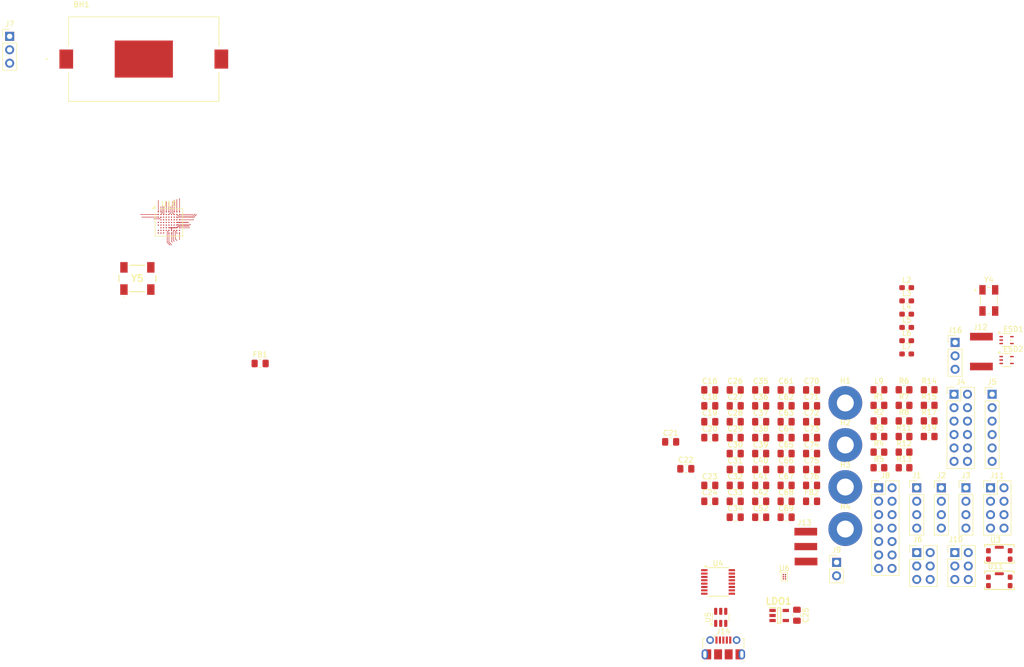
<source format=kicad_pcb>
(kicad_pcb (version 20240108) (generator "pcbnew") (generator_version "8.0")
  (layers (0 "F.Cu" signal) (1 "In1.Cu" signal) (2 "In2.Cu" signal) (31 "B.Cu" signal) (34 "B.Paste" user) (35 "F.Paste" user) (36 "B.SilkS" user "B.Silkscreen") (37 "F.SilkS" user "F.Silkscreen") (38 "B.Mask" user) (39 "F.Mask" user) (44 "Edge.Cuts" user))
  (net 0 "")
  (net 1 "Net-(BH1-+)")
  (net 3 "GND")
  (net 4 "/VBAT")
  (net 5 "Net-(J9-Pin_1)")
  (net 6 "/VR_PA")
  (net 7 "+5V")
  (net 8 "/RF2_4")
  (net 9 "/RFI_N")
  (net 10 "/RF2_3")
  (net 11 "/LD_OUT_3V3")
  (net 12 "/VBUS_5V_FB")
  (net 13 "/RFI_P")
  (net 14 "/RF1")
  (net 15 "Net-(U4-3V3OUT)")
  (net 16 "/RFIN_2")
  (net 17 "/USB_D-")
  (net 18 "/USB_D+")
  (net 19 "/RF2_1")
  (net 20 "/RF2_2")
  (net 21 "/RFIN_1")
  (net 22 "/VBUS_5V")
  (net 23 "/VDD")
  (net 24 "/RFIN")
  (net 25 "/CTRL")
  (net 26 "+3.3V")
  (net 27 "/VFBSMPS")
  (net 28 "+3.3VA")
  (net 29 "/NRST")
  (net 31 "/PC_3V3")
  (net 32 "/3V3_SW")
  (net 33 "/PC_5V")
  (net 34 "/5V_SW")
  (net 36 "Net-(J1-Pin_3)")
  (net 37 "Net-(J1-Pin_4)")
  (net 38 "Net-(J2-Pin_3)")
  (net 39 "Net-(J2-Pin_4)")
  (net 40 "/PC6")
  (net 41 "/PC1")
  (net 42 "/PC5")
  (net 43 "/PB15")
  (net 44 "/PC4")
  (net 45 "/PC15-OSC32_OUT")
  (net 46 "/PB14")
  (net 47 "/PB13")
  (net 48 "/PB1")
  (net 49 "/PC3")
  (net 50 "/PC0")
  (net 51 "/PC2")
  (net 52 "Net-(J5-Pin_6)")
  (net 53 "Net-(J5-Pin_5)")
  (net 54 "Net-(J5-Pin_4)")
  (net 55 "Net-(J5-Pin_3)")
  (net 56 "/PB11")
  (net 57 "/PB0")
  (net 58 "/PA15")
  (net 59 "/PB2")
  (net 60 "/PA5")
  (net 61 "/PA0")
  (net 62 "/PB10")
  (net 63 "/PB12")
  (net 64 "/PA9")
  (net 65 "/PA8_MCO")
  (net 66 "/PB4")
  (net 67 "/PB9")
  (net 68 "/PA7")
  (net 69 "/PA14_SWCLK")
  (net 70 "/PA13_SWDIO")
  (net 71 "/PB3_SWO")
  (net 72 "/USB_D2-")
  (net 73 "Net-(J14-ID)")
  (net 74 "/USB_D2+")
  (net 75 "/BOOT0J")
  (net 76 "/RFO_HP")
  (net 77 "/VLXSMPS")
  (net 79 "/PA2_LPUART1_TX")
  (net 80 "/PA3_LPUART1_RX")
  (net 81 "/PB7_I2C1_SDA")
  (net 82 "/PB8_I2C1_SCL")
  (net 83 "/PA1_SPI1_SCK")
  (net 84 "/PA4_SPI1_NSS")
  (net 85 "/PA6_SPI1_MISO")
  (net 86 "/PB5_SPI1_MOSI")
  (net 87 "/USBDM")
  (net 88 "/USBDP")
  (net 89 "/PC13")
  (net 90 "/PC14-OSC32_IN")
  (net 91 "Net-(Y5-OUTPUT)")
  (net 92 "/BOOT0")
  (net 96 "/PA12_USART1_RTS")
  (net 97 "/PB6_USART1_TX")
  (net 98 "/PA11_USART1_CTS")
  (net 99 "/PA10_USART1_RX")
  (net 101 "/PH1-OSC_OUT")
  (net 103 "/PH0-OSC_IN")
  (footprint "Capacitor_SMD:C_0805_2012Metric_Pad1.18x1.45mm_HandSolder" (layer "F.Cu") (at 219.77 113.22)
    (property "Reference" "C74")
    (property "Value" "1uF")
  )
  (footprint "Capacitor_SMD:C_0805_2012Metric_Pad1.18x1.45mm_HandSolder" (layer "F.Cu") (at 200.53 104.19)
    (property "Reference" "C18")
    (property "Value" "1uF")
  )
  (footprint "Capacitor_SMD:C_0805_2012Metric_Pad1.18x1.45mm_HandSolder" (layer "F.Cu") (at 210.15 104.19)
    (property "Reference" "C36")
    (property "Value" "10p")
  )
  (footprint "Capacitor_SMD:C_0805_2012Metric_Pad1.18x1.45mm_HandSolder" (layer "F.Cu") (at 214.96 125.26)
    (property "Reference" "C69")
    (property "Value" "100n")
  )
  (footprint "Personal_Project:SMA Clip Mount Adapter (bottom)" (layer "F.Cu") (at 251.875 93.925)
    (property "Reference" "J12")
    (property "Value" "~")
  )
  (footprint "Capacitor_SMD:C_0805_2012Metric_Pad1.18x1.45mm_HandSolder" (layer "F.Cu") (at 205.34 110.21)
    (property "Reference" "C29")
    (property "Value" "100n")
  )
  (footprint "Package_SO:SSOP-16_3.9x4.9mm_P0.635mm" (layer "F.Cu") (at 202.1 137.505)
    (property "Reference" "U4")
    (property "Value" "FT230XS")
  )
  (footprint "Capacitor_SMD:C_0805_2012Metric_Pad1.18x1.45mm_HandSolder" (layer "F.Cu") (at 219.77 122.25)
    (property "Reference" "FB2")
    (property "Value" "Part # MI0805K601R-10")
  )
  (footprint "Capacitor_SMD:C_0805_2012Metric_Pad1.18x1.45mm_HandSolder" (layer "F.Cu") (at 205.34 113.22)
    (property "Reference" "C30")
    (property "Value" "100n")
  )
  (footprint "Capacitor_SMD:C_0805_2012Metric_Pad1.18x1.45mm_HandSolder" (layer "F.Cu") (at 210.15 122.25)
    (property "Reference" "C42")
    (property "Value" "1n")
  )
  (footprint "Capacitor_SMD:C_0805_2012Metric_Pad1.18x1.45mm_HandSolder" (layer "F.Cu") (at 217 143.8 -90)
    (property "Reference" "C25")
    (property "Value" "1u")
  )
  (footprint "Capacitor_SMD:C_0805_2012Metric_Pad1.18x1.45mm_HandSolder" (layer "F.Cu") (at 219.77 119.24)
    (property "Reference" "C76")
    (property "Value" "4u7")
  )
  (footprint "Capacitor_SMD:C_0805_2012Metric_Pad1.18x1.45mm_HandSolder" (layer "F.Cu") (at 205.34 122.25)
    (property "Reference" "C33")
    (property "Value" "47p")
  )
  (footprint "Resistor_SMD:R_0805_2012Metric_Pad1.20x1.40mm_HandSolder" (layer "F.Cu") (at 237.25 112.95)
    (property "Reference" "R12")
    (property "Value" "27")
  )
  (footprint "MountingHole:MountingHole_3.2mm_M3_Pad" (layer "F.Cu") (at 226.15 111.6)
    (property "Reference" "H2")
    (property "Value" "MountingHole_Pad")
  )
  (footprint "Capacitor_SMD:C_0805_2012Metric_Pad1.18x1.45mm_HandSolder" (layer "F.Cu") (at 214.96 116.23)
    (property "Reference" "C66")
    (property "Value" "100n")
  )
  (footprint "Capacitor_SMD:C_0805_2012Metric_Pad1.18x1.45mm_HandSolder" (layer "F.Cu") (at 205.34 101.18)
    (property "Reference" "C26")
    (property "Value" "4u7")
  )
  (footprint "Inductor_SMD:L_0603_1608Metric_Pad1.05x0.95mm_HandSolder" (layer "F.Cu") (at 237.75 89.36)
    (property "Reference" "L5")
    (property "Value" "12n_LQW18AN12NG0Z")
  )
  (footprint "Personal_Project:SOT323-5L_STM-L" (layer "F.Cu") (at 256.6252 91.7593)
    (property "Reference" "ESD1")
    (property "Value" "ESDALC6V1W5")
  )
  (footprint "Capacitor_SMD:C_0805_2012Metric_Pad1.18x1.45mm_HandSolder" (layer "F.Cu") (at 219.77 110.21)
    (property "Reference" "C73")
    (property "Value" "100n")
  )
  (footprint "Personal_Project:XTAL_ABM3B-32.000MHZ-10-R30-B1U-T" (layer "F.Cu") (at 253.275 84.25)
    (property "Reference" "Y4")
    (property "Value" "ABM3B-32.000MHZ-8-R30-B1U-T")
  )
  (footprint "Capacitor_SMD:C_0805_2012Metric_Pad1.18x1.45mm_HandSolder" (layer "F.Cu") (at 214.96 122.25)
    (property "Reference" "C68")
    (property "Value" "100n")
  )
  (footprint "Resistor_SMD:R_0805_2012Metric_Pad1.20x1.40mm_HandSolder" (layer "F.Cu") (at 232.5 115.9)
    (property "Reference" "R5")
    (property "Value" "100R")
  )
  (footprint "Resistor_SMD:R_0805_2012Metric_Pad1.20x1.40mm_HandSolder" (layer "F.Cu") (at 242 110)
    (property "Reference" "R19")
    (property "Value" "1k")
  )
  (footprint "Capacitor_SMD:C_0805_2012Metric_Pad1.18x1.45mm_HandSolder" (layer "F.Cu") (at 200.53 122.25)
    (property "Reference" "C24")
    (property "Value" "20p_GJM1555C1H200GB01")
  )
  (footprint "Package_LGA:Infineon_PG-TSNP-6-10_0.7x1.1mm_0.7x1.1mm_P0.4mm" (layer "F.Cu") (at 214.635 136.525)
    (property "Reference" "U6")
    (property "Value" "BGS12WN6E6327")
  )
  (footprint "Capacitor_SMD:C_0805_2012Metric_Pad1.18x1.45mm_HandSolder" (layer "F.Cu") (at 205.34 125.26)
    (property "Reference" "C34")
    (property "Value" "220p_GRM1555C2A221GE01")
  )
  (footprint "MountingHole:MountingHole_3.2mm_M3_Pad" (layer "F.Cu") (at 226.15 103.65)
    (property "Reference" "H1")
    (property "Value" "MountingHole_Pad")
  )
  (footprint "Resistor_SMD:R_0805_2012Metric_Pad1.20x1.40mm_HandSolder" (layer "F.Cu") (at 237.25 115.9)
    (property "Reference" "R13")
    (property "Value" "100R")
  )
  (footprint "Capacitor_SMD:C_0805_2012Metric_Pad1.18x1.45mm_HandSolder" (layer "F.Cu") (at 205.34 116.23)
    (property "Reference" "C31")
    (property "Value" "22p_GJM1555C1H220FB01")
  )
  (footprint "Capacitor_SMD:C_0805_2012Metric_Pad1.18x1.45mm_HandSolder" (layer "F.Cu") (at 210.15 119.24)
    (property "Reference" "C41")
    (property "Value" "1n")
  )
  (footprint "Resistor_SMD:R_0805_2012Metric_Pad1.20x1.40mm_HandSolder" (layer "F.Cu") (at 242 104.1)
    (property "Reference" "R15")
    (property "Value" "100k")
  )
  (footprint "Personal_Project:Button_KMR231GLFS" (layer "F.Cu") (at 252.75 138.7)
    (property "Reference" "U11")
    (property "Value" "~")
  )
  (footprint "Capacitor_SMD:C_0805_2012Metric_Pad1.18x1.45mm_HandSolder" (layer "F.Cu") (at 214.96 101.18)
    (property "Reference" "C61")
    (property "Value" "100n")
  )
  (footprint "Inductor_SMD:L_0603_1608Metric_Pad1.05x0.95mm_HandSolder" (layer "F.Cu") (at 237.75 91.87)
    (property "Reference" "L6")
    (property "Value" "51n_LQW18AN51NG0Z")
  )
  (footprint "Capacitor_SMD:C_0805_2012Metric_Pad1.18x1.45mm_HandSolder" (layer "F.Cu") (at 210.15 110.21)
    (property "Reference" "C38")
    (property "Value" "10p")
  )
  (footprint "Connector_PinHeader_2.54mm:PinHeader_2x04_P2.54mm_Vertical" (layer "F.Cu") (at 253.6 119.7)
    (property "Reference" "J11")
    (property "Value" "Debug_Pins")
  )
  (footprint "Capacitor_SMD:C_0805_2012Metric_Pad1.18x1.45mm_HandSolder" (layer "F.Cu") (at 210.15 107.2)
    (property "Reference" "C37")
    (property "Value" "18p_GJM1555C1H180FB01")
  )
  (footprint "Inductor_SMD:L_0805_2012Metric_Pad1.15x1.40mm_HandSolder" (layer "F.Cu") (at 232.5 101.15)
    (property "Reference" "L9")
    (property "Value" "15u_MLZ2012M150W_TDK")
  )
  (footprint "Inductor_SMD:L_0603_1608Metric_Pad1.05x0.95mm_HandSolder" (layer "F.Cu") (at 237.75 81.83)
    (property "Reference" "L2")
    (property "Value" "6n8_LQW18AN6N8C00")
  )
  (footprint "MountingHole:MountingHole_3.2mm_M3_Pad" (layer "F.Cu") (at 226.15 119.55)
    (property "Reference" "H3")
    (property "Value" "MountingHole_Pad")
  )
  (footprint "Inductor_SMD:L_0603_1608Metric_Pad1.05x0.95mm_HandSolder" (layer "F.Cu") (at 237.75 84.34)
    (property "Reference" "L3")
    (property "Value" "160n_LQW18ANR16G00")
  )
  (footprint "Capacitor_SMD:C_0805_2012Metric_Pad1.18x1.45mm_HandSolder" (layer "F.Cu") (at 210.15 125.26)
    (property "Reference" "C52")
    (property "Value" "33p_GJM0335C1E330JB01D_MURATA")
  )
  (footprint "Personal_Project:PinHeader_2x03_P2.54mm_Vertical_PINS" (layer "F.Cu") (at 240.87 134.485)
    (property "Reference" "J6")
    (property "Value" "Power Select Jumpers")
  )
  (footprint "Personal_Project:SOT323-5L_STM-L" (layer "F.Cu") (at 256.6252 95.5279)
    (property "Reference" "ESD2")
    (property "Value" "ESDALC6V1W5")
  )
  (footprint "Capacitor_SMD:C_0805_2012Metric_Pad1.18x1.45mm_HandSolder" (layer "F.Cu") (at 214.96 104.19)
    (property "Reference" "C62")
    (property "Value" "4u7")
  )
  (footprint "Resistor_SMD:R_0805_2012Metric_Pad1.20x1.40mm_HandSolder" (layer "F.Cu") (at 237.25 110)
    (property "Reference" "R11")
    (property "Value" "27")
  )
  (footprint "Resistor_SMD:R_0805_2012Metric_Pad1.20x1.40mm_HandSolder" (layer "F.Cu") (at 242 101.15)
    (property "Reference" "R14")
    (property "Value" "100R")
  )
  (footprint "Resistor_SMD:R_0805_2012Metric_Pad1.20x1.40mm_HandSolder" (layer "F.Cu") (at 242 107.05)
    (property "Reference" "R17")
    (property "Value" "10R")
  )
  (footprint "Capacitor_SMD:C_0805_2012Metric_Pad1.18x1.45mm_HandSolder" (layer "F.Cu") (at 214.96 113.22)
    (property "Reference" "C65")
    (property "Value" "33p_GJM0335C1E330JB01D_MURATA")
  )
  (footprint "Connector_PinHeader_2.54mm:PinHeader_1x04_P2.54mm_Vertical" (layer "F.Cu") (at 239.65 119.7)
    (property "Reference" "J1")
    (property "Value" "LPUART1_Headers")
  )
  (footprint "Connector_PinHeader_2.54mm:PinHeader_2x06_P2.54mm_Vertical" (layer "F.Cu") (at 246.7 102)
    (property "Reference" "J4")
    (property "Value" "Pin_Headers_2")
  )
  (footprint "Connector_PinHeader_2.54mm:PinHeader_1x04_P2.54mm_Vertical" (layer "F.Cu") (at 248.95 119.7)
    (property "Reference" "J3")
    (property "Value" "Power Pins")
  )
  (footprint "Personal_Project:LDO_SOT95P280X145-5N" (layer "F.Cu") (at 213.65 143.85)
    (property "Reference" "LDO1")
    (property "Value" "LDO_TLV75733PDBVR" (hide yes))
  )
  (footprint "Capacitor_SMD:C_0805_2012Metric_Pad1.18x1.45mm_HandSolder" (layer "F.Cu") (at 196 116.1)
    (property "Reference" "C22")
    (property "Value" "18p_GJM1555C1H180FB01")
  )
  (footprint "Personal_Project:PinHeader_2x03_P2.54mm_Vertical_PINS" (layer "F.Cu") (at 248.07 134.485)
    (property "Reference" "J10")
    (property "Value" "Power Select Jumpers")
  )
  (footprint "Capacitor_SMD:C_0805_2012Metric_Pad1.18x1.45mm_HandSolder" (layer "F.Cu") (at 115.5425 96.18)
    (property "Reference" "FB1")
    (property "Value" "BLM21PG601SN1D_0805")
  )
  (footprint "Connector_USB:USB_Micro-B_Molex-105017-0001" (layer "F.Cu") (at 203.1 149.9625)
    (property "Reference" "J14")
    (property "Value" "USB_B_Micro")
  )
  (footprint "Resistor_SMD:R_0805_2012Metric_Pad1.20x1.40mm_HandSolder" (layer "F.Cu") (at 237.25 104.1)
    (property "Reference" "R7")
    (property "Value" "100R")
  )
  (footprint "Package_BGA:ST_UFBGA-73_5x5mm_Layout9x9_P0.5mm" (layer "F.Cu") (at 98.3 69.5)
    (property "Reference" "U10")
    (property "Value" "STM32WL55JCI6")
  )
  (footprint "Personal_Project:Clock_ECS327MVATX7CNTR" (layer "F.Cu") (at 92.34 80.1)
    (property "Reference" "Y5")
    (property "Value" "Clock_ECS-327MVATX-7-CN-TR" (hide yes))
  )
  (footprint "Personal_Project:Button_KMR231GLFS" (layer "F.Cu") (at 252.75 133.7)
    (property "Reference" "U3")
    (property "Value" "~")
  )
  (footprint "Connector_PinHeader_2.54mm:PinHeader_1x02_P2.54mm_Vertical" (layer "F.Cu") (at 224.5 133.8)
    (property "Reference" "J9")
    (property "Value" "User Button Jumper")
  )
  (footprint "Capacitor_SMD:C_0805_2012Metric_Pad1.18x1.45mm_HandSolder" (layer "F.Cu") (at 205.34 107.2)
    (property "Reference" "C28")
    (property "Value" "30p_GJM1555C1H300FB01")
  )
  (footprint "Capacitor_SMD:C_0805_2012Metric_Pad1.18x1.45mm_HandSolder" (layer "F.Cu") (at 200.53 119.24)
    (property "Reference" "C23")
    (property "Value" "18p_GJM1555C1H120FB01")
  )
  (footprint "Resistor_SMD:R_0805_2012Metric_Pad1.20x1.40mm_HandSolder" (layer "F.Cu") (at 232.5 104.1)
    (property "Reference" "R1")
    (property "Value" "100R")
  )
  (footprint "Resistor_SMD:R_0805_2012Metric_Pad1.20x1.40mm_HandSolder" (layer "F.Cu") (at 232.5 110)
    (property "Reference" "R3")
    (property "Value" "100R")
  )
  (footprint "Connector_PinHeader_2.54mm:PinHeader_1x06_P2.54mm_Vertical" (layer "F.Cu") (at 253.9 102)
    (property "Reference" "J5")
    (property "Value" "SPI1_Headers")
  )
  (footprint "Package_TO_SOT_SMD:SOT-23-6" (layer "F.Cu") (at 202.6 144.2 90)
    (property "Reference" "U5")
    (property "Value" "USBLC6-2SC6")
  )
  (footprint "Capacitor_SMD:C_0805_2012Metric_Pad1.18x1.45mm_HandSolder" (layer "F.Cu") (at 219.77 104.19)
    (property "Reference" "C71")
    (property "Value" "1u")
  )
  (footprint "Connector_PinHeader_2.54mm:PinHeader_2x07_P2.54mm_Vertical" (layer "F.Cu") (at 232.45 119.7)
    (property "Reference" "J8")
    (property "Value" "Pin_Headers_1")
  )
  (footprint "Resistor_SMD:R_0805_2012Metric_Pad1.20x1.40mm_HandSolder" (layer "F.Cu") (at 232.5 107.05)
    (property "Reference" "R2")
    (property "Value" "100R")
  )
  (footprint "Capacitor_SMD:C_0805_2012Metric_Pad1.18x1.45mm_HandSolder" (layer "F.Cu") (at 214.96 107.2)
    (property "Reference" "C63")
    (property "Value" "33p_GJM0335C1E330JB01D_MURATA")
  )
  (footprint "Capacitor_SMD:C_0805_2012Metric_Pad1.18x1.45mm_HandSolder" (layer "F.Cu") (at 205.34 119.24)
    (property "Reference" "C32")
    (property "Value" "47p")
  )
  (footprint "Capacitor_SMD:C_0805_2012Metric_Pad1.18x1.45mm_HandSolder" (layer "F.Cu") (at 200.53 110.21)
    (property "Reference" "C20")
    (property "Value" "68p")
  )
  (footprint "Capacitor_SMD:C_0805_2012Metric_Pad1.18x1.45mm_HandSolder" (layer "F.Cu") (at 193.1375 111)
    (property "Reference" "C21")
    (property "Value" "1u")
  )
  (footprint "Personal_Project:Battery_Holder_1060TR" (layer "F.Cu") (at 93.555 38.6)
    (property "Reference" "BH1")
    (property "Value" "Battery_Holder_1060TR" (hide yes))
  )
  (footprint "Capacitor_SMD:C_0805_2012Metric_Pad1.18x1.45mm_HandSolder" (layer "F.Cu") (at 219.77 116.23)
    (property "Reference" "C75")
    (property "Value" "10n")
  )
  (footprint "Connector_PinHeader_2.54mm:PinHeader_1x03_P2.54mm_Vertical" (layer "F.Cu") (at 246.9 92.2)
    (property "Reference" "J16")
    (property "Value" "BOOT0_Jumper")
  )
  (footprint "Capacitor_SMD:C_0805_2012Metric_Pad1.18x1.45mm_HandSolder" (layer "F.Cu") (at 214.96 110.21)
    (property "Reference" "C64")
    (property "Value" "100n_FCC0402KRX7R7BB104")
  )
  (footprint "Capacitor_SMD:C_0805_2012Metric_Pad1.18x1.45mm_HandSolder" (layer "F.Cu") (at 210.15 116.23)
    (property "Reference" "C40")
    (property "Value" "10p")
  )
  (footprint "Inductor_SMD:L_0603_1608Metric_Pad1.05x0.95mm_HandSolder" (layer "F.Cu") (at 237.75 94.38)
    (property "Reference" "L7")
    (property "Value" "47n_LQW18AN47NG0Z")
  )
  (footprint "Capacitor_SMD:C_0805_2012Metric_Pad1.18x1.45mm_HandSolder" (layer "F.Cu") (at 210.15 101.18)
    (property "Reference" "C35")
    (property "Value" "22p_GJM1555C1H220FB01")
  )
  (footprint "Capacitor_SMD:C_0805_2012Metric_Pad1.18x1.45mm_HandSolder" (layer "F.Cu") (at 200.53 107.2)
    (property "Reference" "C19")
    (property "Value" "47n")
  )
  (footprint "MountingHole:MountingHole_3.2mm_M3_Pad" (layer "F.Cu") (at 226.15 127.5)
    (property "Reference" "H4")
    (property "Value" "MountingHole_Pad")
  )
  (footprint "Resistor_SMD:R_0805_2012Metric_Pad1.20x1.40mm_HandSolder" (layer "F.Cu") (at 237.25 107.05)
    (property "Reference" "R8")
    (property "Value" "100R")
  )
  (footprint "Inductor_SMD:L_0603_1608Metric_Pad1.05x0.95mm_HandSolder" (layer "F.Cu") (at 237.75 86.85)
    (property "Reference" "L4")
    (property "Value" "120n_LQW18ANR12G00")
  )
  (footprint "Resistor_SMD:R_0805_2012Metric_Pad1.20x1.40mm_HandSolder" (layer "F.Cu") (at 237.25 101.15)
    (property "Reference" "R6")
    (property "Value" "100R")
  )
  (footprint "Capacitor_SMD:C_0805_2012Metric_Pad1.18x1.45mm_HandSolder" (layer "F.Cu") (at 205.34 104.19)
    (property "Reference" "C27")
    (property "Value" "15p_GJM1555C1H150FB01")
  )
  (footprint "Capacitor_SMD:C_0805_2012Metric_Pad1.18x1.45mm_HandSolder" (layer "F.Cu") (at 210.15 113.22)
    (property "Reference" "C39")
    (property "Value" "220p_GRM1555C2A221GE01")
  )
  (footprint "Capacitor_SMD:C_0805_2012Metric_Pad1.18x1.45mm_HandSolder" (layer "F.Cu") (at 219.77 101.18)
    (property "Reference" "C70")
    (property "Value" "100n")
  )
  (footprint "Connector_PinHeader_2.54mm:PinHeader_1x03_P2.54mm_Vertical" (layer "F.Cu") (at 68.2 34.3)
    (property "Reference" "J7")
    (property "Value" "Coin Battery Jumper")
  )
  (footprint "Personal_Project:SMA Clip Mount Adapter (top)" (layer "F.Cu") (at 218.675 130.815)
    (property "Reference" "J13")
    (property "Value" "SMA PCB END LAUNCH JACK ROUND PO")
  )
  (footprint "Resistor_SMD:R_0805_2012Metric_Pad1.20x1.40mm_HandSolder" (layer "F.Cu") (at 232.5 112.95)
    (property "Reference" "R4")
    (property "Value" "100R")
  )
  (footprint "Capacitor_SMD:C_0805_2012Metric_Pad1.18x1.45mm_HandSolder" (layer "F.Cu") (at 200.53 101.18)
    (property "Reference" "C16")
    (property "Value" "100n")
  )
  (footprint "Connector_PinHeader_2.54mm:PinHeader_1x04_P2.54mm_Vertical" (layer "F.Cu") (at 244.3 119.7)
    (property "Reference" "J2")
    (property "Value" "I2C1_Headers")
  )
  (footprint "Capacitor_SMD:C_0805_2012Metric_Pad1.18x1.45mm_HandSolder" (layer "F.Cu") (at 219.77 107.2)
    (property "Reference" "C72")
    (property "Value" "470n")
  )
  (footprint "Capacitor_SMD:C_0805_2012Metric_Pad1.18x1.45mm_HandSolder" (layer "F.Cu") (at 214.96 119.24)
    (property "Reference" "C67")
    (property "Value" "4u7")
  )
  (segment (start 100.14 70.16) (end 102.14 70.16) (width 0.15) (layer "F.Cu") (net 3))
  (segment (start 98.8 70.5) (end 98.8 71) (width 0.15) (layer "F.Cu") (net 3))
  (segment (start 99.3 68) (end 99.3 67.99) (width 0.1) (layer "F.Cu") (net 3))
  (segment (start 99.8 70.5) (end 100.14 70.16) (width 0.15) (layer "F.Cu") (net 3))
  (segment (start 100.3 69) (end 102.96 69) (width 0.1) (layer "F.Cu") (net 3))
  (segment (start 96.3 67.5) (end 96.3 65.35) (width 0.1) (layer "F.Cu") (net 3))
  (segment (start 99.3 67.99) (end 98.96 67.65) (width 0.1) (layer "F.Cu") (net 3))
  (segment (start 98.3 70.5) (end 98.8 70.5) (width 0.15) (layer "F.Cu") (net 3))
  (segment (start 102.96 69) (end 102.97 69.01) (width 0.1) (layer "F.Cu") (net 3))
  (segment (start 98.96 67.65) (end 98.96 65.53) (width 0.1) (layer "F.Cu") (net 3))
  (segment (start 99.3 70.5) (end 99.8 70.5) (width 0.15) (layer "F.Cu") (net 3))
  (segment (start 98.8 70.5) (end 99.3 70.5) (width 0.15) (layer "F.Cu") (net 3))
  (segment (start 96.3 65.35) (end 96.29 65.34) (width 0.1) (layer "F.Cu") (net 3))
  (segment (start 99.8 65.19) (end 99.79 65.18) (width 0.1) (layer "F.Cu") (net 4))
  (segment (start 99.8 67.5) (end 99.8 65.19) (width 0.1) (layer "F.Cu") (net 4))
  (segment (start 99.3 71) (end 99.115 71.185) (width 0.1) (layer "F.Cu") (net 9))
  (segment (start 99.115 72.855) (end 99.35 73.09) (width 0.1) (layer "F.Cu") (net 9))
  (segment (start 99.115 71.185) (end 99.115 72.855) (width 0.1) (layer "F.Cu") (net 9))
  (segment (start 98.8 71.5) (end 98.8 73.09) (width 0.1) (layer "F.Cu") (net 13))
  (segment (start 98.8 73.09) (end 98.96 73.25) (width 0.1) (layer "F.Cu") (net 13))
  (segment (start 99.485 72.595) (end 99.83 72.94) (width 0.1) (layer "F.Cu") (net 26))
  (segment (start 97.985 71.315) (end 97.985 73.268553) (width 0.1) (layer "F.Cu") (net 26))
  (segment (start 98.3 71) (end 97.985 71.315) (width 0.1) (layer "F.Cu") (net 26))
  (segment (start 100.3 69.5) (end 101.99 69.5) (width 0.15) (layer "F.Cu") (net 26))
  (segment (start 99.3 65.27) (end 99.29 65.26) (width 0.1) (layer "F.Cu") (net 26))
  (segment (start 99.485 71.315) (end 99.485 72.595) (width 0.1) (layer "F.Cu") (net 26))
  (segment (start 99.8 71) (end 99.485 71.315) (width 0.1) (layer "F.Cu") (net 26))
  (segment (start 99.8 69.5) (end 100.3 69.5) (width 0.15) (layer "F.Cu") (net 26))
  (segment (start 99.3 67.5) (end 99.3 65.27) (width 0.1) (layer "F.Cu") (net 26))
  (segment (start 97.985 73.268553) (end 98.513223 73.796776) (width 0.1) (layer "F.Cu") (net 26))
  (segment (start 96.8 67.5) (end 96.8 66.5) (width 0.1) (layer "F.Cu") (net 26))
  (segment (start 97.115 66.515) (end 97.1 66.5) (width 0.1) (layer "F.Cu") (net 27))
  (segment (start 96.8 68) (end 96.8 67.945478) (width 0.1) (layer "F.Cu") (net 27))
  (segment (start 97.115 67.630478) (end 97.115 66.515) (width 0.1) (layer "F.Cu") (net 27))
  (segment (start 96.8 67.945478) (end 97.115 67.630478) (width 0.1) (layer "F.Cu") (net 27))
  (segment (start 98.3 65.68) (end 98.29 65.67) (width 0.1) (layer "F.Cu") (net 28))
  (segment (start 98.3 68) (end 98.66 67.64) (width 0.1) (layer "F.Cu") (net 28))
  (segment (start 98.66 67.64) (end 98.66 66.4) (width 0.1) (layer "F.Cu") (net 28))
  (segment (start 98.3 67.5) (end 98.3 65.68) (width 0.1) (layer "F.Cu") (net 28))
  (segment (start 97.3 68) (end 97.365 67.935) (width 0.1) (layer "F.Cu") (net 58))
  (segment (start 97.365 67.935) (end 97.365 66.635) (width 0.1) (layer "F.Cu") (net 58))
  (segment (start 97.365 66.635) (end 97.4 66.6) (width 0.1) (layer "F.Cu") (net 58))
  (segment (start 96.8 68.5) (end 96.485 68.815) (width 0.1) (layer "F.Cu") (net 66))
  (segment (start 96.485 68.815) (end 95.415 68.815) (width 0.1) (layer "F.Cu") (net 66))
  (segment (start 97.8 67.5) (end 97.8 65.61) (width 0.1) (layer "F.Cu") (net 69))
  (segment (start 97.81 65.6) (end 97.8 65.61) (width 0.1) (layer "F.Cu") (net 69))
  (segment (start 100.115 68.315) (end 102.848554 68.315) (width 0.1) (layer "F.Cu") (net 70))
  (segment (start 99.8 68) (end 100.115 68.315) (width 0.1) (layer "F.Cu") (net 70))
  (segment (start 103.24 67.923554) (end 103.24 67.9) (width 0.1) (layer "F.Cu") (net 70))
  (segment (start 102.848554 68.315) (end 103.24 67.923554) (width 0.1) (layer "F.Cu") (net 70))
  (segment (start 96.3 68.5) (end 93.21 68.5) (width 0.1) (layer "F.Cu") (net 71))
  (segment (start 93.21 68.5) (end 93.19 68.48) (width 0.1) (layer "F.Cu") (net 71))
  (segment (start 100.3 71.5) (end 100.3 72.73) (width 0.1) (layer "F.Cu") (net 76))
  (segment (start 100.3 72.73) (end 100.31 72.74) (width 0.1) (layer "F.Cu") (net 76))
  (segment (start 92.98 68) (end 92.96 67.98) (width 0.1) (layer "F.Cu") (net 77))
  (segment (start 96.3 68) (end 92.98 68) (width 0.1) (layer "F.Cu") (net 77))
  (segment (start 98.3 71.5) (end 98.3 73.23) (width 0.1) (layer "F.Cu") (net 92))
  (segment (start 98.3 73.23) (end 98.83 73.76) (width 0.1) (layer "F.Cu") (net 92))
  (segment (start 100.3 65.04) (end 100.25 64.99) (width 0.1) (layer "F.Cu") (net 96))
  (segment (start 100.3 67.5) (end 100.3 65.04) (width 0.1) (layer "F.Cu") (net 96))
  (segment (start 102.81 68) (end 102.83 67.98) (width 0.1) (layer "F.Cu") (net 98))
  (segment (start 100.3 68) (end 102.81 68) (width 0.1) (layer "F.Cu") (net 98))
  (segment (start 99.865 68.565) (end 102.952108 68.565) (width 0.1) (layer "F.Cu") (net 99))
  (segment (start 102.952108 68.565) (end 103.49 68.027108) (width 0.1) (layer "F.Cu") (net 99))
  (segment (start 99.8 68.5) (end 99.865 68.565) (width 0.1) (layer "F.Cu") (net 99))
  (segment (start 103.49 68.027108) (end 103.49 67.97) (width 0.1) (layer "F.Cu") (net 99))
  (segment (start 102.415 69.885) (end 102.42 69.89) (width 0.1) (layer "F.Cu") (net 101))
  (segment (start 99.915 69.885) (end 102.415 69.885) (width 0.1) (layer "F.Cu") (net 101))
  (segment (start 99.8 70) (end 99.915 69.885) (width 0.1) (layer "F.Cu") (net 101))
  (segment (start 100.3 70.5) (end 102.24 70.5) (width 0.1) (layer "F.Cu") (net 103))
)
</source>
